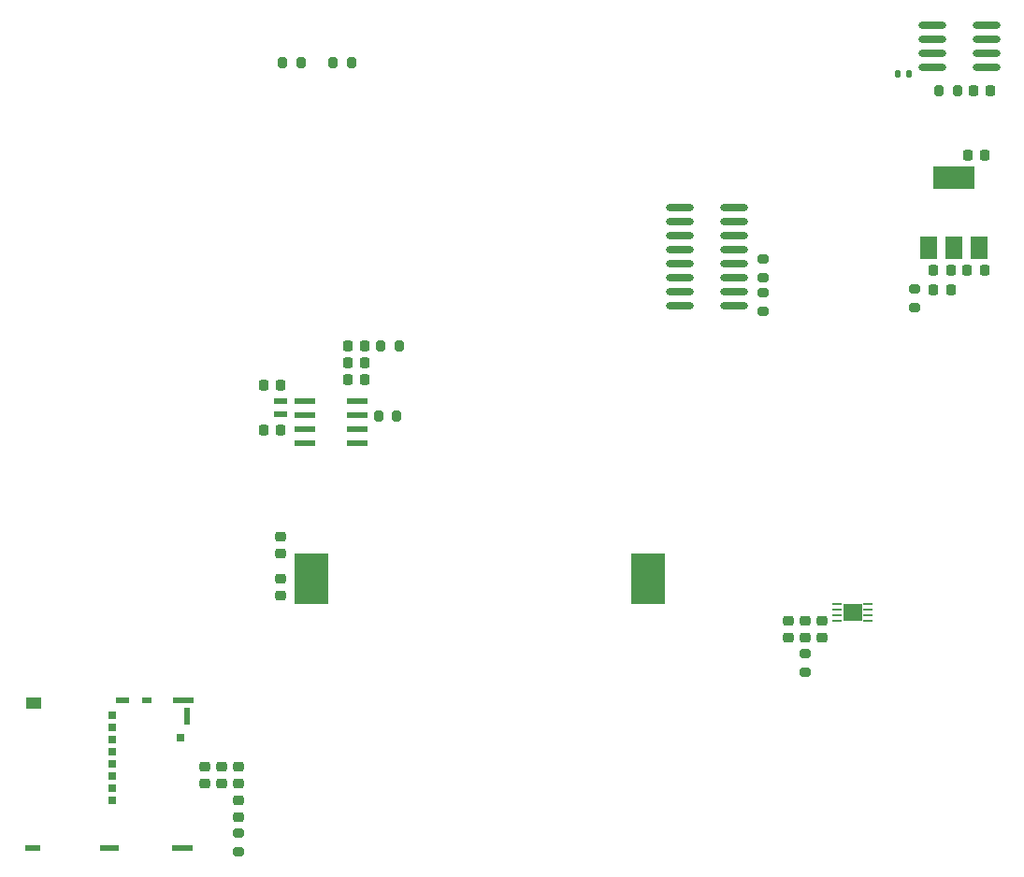
<source format=gtp>
G04 #@! TF.GenerationSoftware,KiCad,Pcbnew,(6.0.7)*
G04 #@! TF.CreationDate,2022-12-20T16:10:49-05:00*
G04 #@! TF.ProjectId,obc-db,6f62632d-6462-42e6-9b69-6361645f7063,rev?*
G04 #@! TF.SameCoordinates,Original*
G04 #@! TF.FileFunction,Paste,Top*
G04 #@! TF.FilePolarity,Positive*
%FSLAX46Y46*%
G04 Gerber Fmt 4.6, Leading zero omitted, Abs format (unit mm)*
G04 Created by KiCad (PCBNEW (6.0.7)) date 2022-12-20 16:10:49*
%MOMM*%
%LPD*%
G01*
G04 APERTURE LIST*
G04 Aperture macros list*
%AMRoundRect*
0 Rectangle with rounded corners*
0 $1 Rounding radius*
0 $2 $3 $4 $5 $6 $7 $8 $9 X,Y pos of 4 corners*
0 Add a 4 corners polygon primitive as box body*
4,1,4,$2,$3,$4,$5,$6,$7,$8,$9,$2,$3,0*
0 Add four circle primitives for the rounded corners*
1,1,$1+$1,$2,$3*
1,1,$1+$1,$4,$5*
1,1,$1+$1,$6,$7*
1,1,$1+$1,$8,$9*
0 Add four rect primitives between the rounded corners*
20,1,$1+$1,$2,$3,$4,$5,0*
20,1,$1+$1,$4,$5,$6,$7,0*
20,1,$1+$1,$6,$7,$8,$9,0*
20,1,$1+$1,$8,$9,$2,$3,0*%
G04 Aperture macros list end*
%ADD10RoundRect,0.218750X0.256250X-0.218750X0.256250X0.218750X-0.256250X0.218750X-0.256250X-0.218750X0*%
%ADD11RoundRect,0.135000X0.135000X0.185000X-0.135000X0.185000X-0.135000X-0.185000X0.135000X-0.185000X0*%
%ADD12R,1.500000X2.000000*%
%ADD13R,3.800000X2.000000*%
%ADD14RoundRect,0.200000X-0.275000X0.200000X-0.275000X-0.200000X0.275000X-0.200000X0.275000X0.200000X0*%
%ADD15RoundRect,0.200000X0.200000X0.275000X-0.200000X0.275000X-0.200000X-0.275000X0.200000X-0.275000X0*%
%ADD16RoundRect,0.225000X0.225000X0.250000X-0.225000X0.250000X-0.225000X-0.250000X0.225000X-0.250000X0*%
%ADD17RoundRect,0.225000X-0.225000X-0.250000X0.225000X-0.250000X0.225000X0.250000X-0.225000X0.250000X0*%
%ADD18R,3.050000X4.570000*%
%ADD19R,0.812800X0.254000*%
%ADD20R,1.752600X1.549400*%
%ADD21RoundRect,0.225000X-0.250000X0.225000X-0.250000X-0.225000X0.250000X-0.225000X0.250000X0.225000X0*%
%ADD22RoundRect,0.350001X0.899999X0.000001X0.899999X-0.000001X-0.899999X-0.000001X-0.899999X0.000001X0*%
%ADD23R,1.981200X0.558800*%
%ADD24R,0.711200X0.635000*%
%ADD25R,0.558800X1.549400*%
%ADD26R,0.711200X0.711200*%
%ADD27R,1.447800X0.558800*%
%ADD28R,1.651000X0.508000*%
%ADD29R,1.955800X0.558800*%
%ADD30R,1.854200X0.558800*%
%ADD31R,0.812800X0.508000*%
%ADD32R,1.143000X0.508000*%
%ADD33R,1.473200X1.016000*%
%ADD34RoundRect,0.218750X-0.218750X-0.256250X0.218750X-0.256250X0.218750X0.256250X-0.218750X0.256250X0*%
%ADD35RoundRect,0.218750X0.218750X0.256250X-0.218750X0.256250X-0.218750X-0.256250X0.218750X-0.256250X0*%
%ADD36RoundRect,0.200000X-0.200000X-0.275000X0.200000X-0.275000X0.200000X0.275000X-0.200000X0.275000X0*%
%ADD37R,1.200000X0.600000*%
G04 APERTURE END LIST*
D10*
X128778000Y-130327500D03*
X128778000Y-128752500D03*
D11*
X189486000Y-62992000D03*
X188466000Y-62992000D03*
D10*
X180086000Y-114071500D03*
X180086000Y-112496500D03*
D12*
X191248000Y-78690000D03*
X193548000Y-78690000D03*
D13*
X193548000Y-72390000D03*
D12*
X195848000Y-78690000D03*
D14*
X189992000Y-82487000D03*
X189992000Y-84137000D03*
D15*
X193865000Y-64516000D03*
X192215000Y-64516000D03*
D16*
X196355000Y-70358000D03*
X194805000Y-70358000D03*
D15*
X139001000Y-61976000D03*
X137351000Y-61976000D03*
D17*
X131051000Y-95250000D03*
X132601000Y-95250000D03*
D18*
X135387000Y-108712000D03*
X165857000Y-108712000D03*
D19*
X185801000Y-112509651D03*
X185801000Y-112009650D03*
X185801000Y-111509650D03*
X185801000Y-111009649D03*
X183007000Y-111009649D03*
X183007000Y-111509650D03*
X183007000Y-112009650D03*
X183007000Y-112509651D03*
D20*
X184404000Y-111759650D03*
D15*
X143128000Y-93980000D03*
X141478000Y-93980000D03*
D21*
X127254000Y-125717000D03*
X127254000Y-127267000D03*
D14*
X176276000Y-79756000D03*
X176276000Y-81406000D03*
D21*
X125730000Y-125717000D03*
X125730000Y-127267000D03*
D17*
X131038000Y-91186000D03*
X132588000Y-91186000D03*
D22*
X196506000Y-62357000D03*
X196506000Y-61087000D03*
X196506000Y-59817000D03*
X196506000Y-58547000D03*
X191606000Y-58547000D03*
X191606000Y-59817000D03*
X191606000Y-61087000D03*
X191606000Y-62357000D03*
D10*
X132588000Y-110261500D03*
X132588000Y-108686500D03*
D23*
X134797800Y-92583000D03*
X134797800Y-93853000D03*
X134797800Y-95123000D03*
X134797800Y-96393000D03*
X139522200Y-96393000D03*
X139522200Y-95123000D03*
X139522200Y-93853000D03*
X139522200Y-92583000D03*
D24*
X117358492Y-128756749D03*
X117358492Y-127656749D03*
X117358492Y-126556749D03*
X117358492Y-125456748D03*
X117358492Y-124356748D03*
X117358492Y-123256748D03*
X117358492Y-122156750D03*
X117358492Y-121056749D03*
D25*
X124133493Y-121161748D03*
D26*
X123558493Y-123056748D03*
D27*
X110133493Y-133071775D03*
D28*
X117083493Y-133096775D03*
D29*
X123728493Y-133071775D03*
D30*
X123783492Y-119701748D03*
D31*
X120498492Y-119676748D03*
D32*
X118283492Y-119676748D03*
D33*
X110258492Y-119921748D03*
D10*
X128778000Y-127279500D03*
X128778000Y-125704500D03*
X178562000Y-114071500D03*
X178562000Y-112496500D03*
D34*
X191719000Y-82550000D03*
X193294000Y-82550000D03*
D35*
X140233500Y-87630000D03*
X138658500Y-87630000D03*
D22*
X173646000Y-84010000D03*
X173646000Y-82740000D03*
X173646000Y-81470000D03*
X173646000Y-80200000D03*
X173646000Y-78930000D03*
X173646000Y-77660000D03*
X173646000Y-76390000D03*
X173646000Y-75120000D03*
X168746000Y-75120000D03*
X168746000Y-76390000D03*
X168746000Y-77660000D03*
X168746000Y-78930000D03*
X168746000Y-80200000D03*
X168746000Y-81470000D03*
X168746000Y-82740000D03*
X168746000Y-84010000D03*
D34*
X194741500Y-80772000D03*
X196316500Y-80772000D03*
D14*
X128778000Y-131763000D03*
X128778000Y-133413000D03*
D36*
X132779000Y-61976000D03*
X134429000Y-61976000D03*
D21*
X181610000Y-112509000D03*
X181610000Y-114059000D03*
D34*
X138658500Y-89154000D03*
X140233500Y-89154000D03*
D36*
X141669000Y-87630000D03*
X143319000Y-87630000D03*
D37*
X132588000Y-92618000D03*
X132588000Y-93818000D03*
D14*
X180086000Y-115507000D03*
X180086000Y-117157000D03*
D10*
X132588000Y-106451500D03*
X132588000Y-104876500D03*
D14*
X176276000Y-82804000D03*
X176276000Y-84454000D03*
D17*
X138658000Y-90678000D03*
X140208000Y-90678000D03*
X191731500Y-80772000D03*
X193281500Y-80772000D03*
D34*
X195300500Y-64516000D03*
X196875500Y-64516000D03*
M02*

</source>
